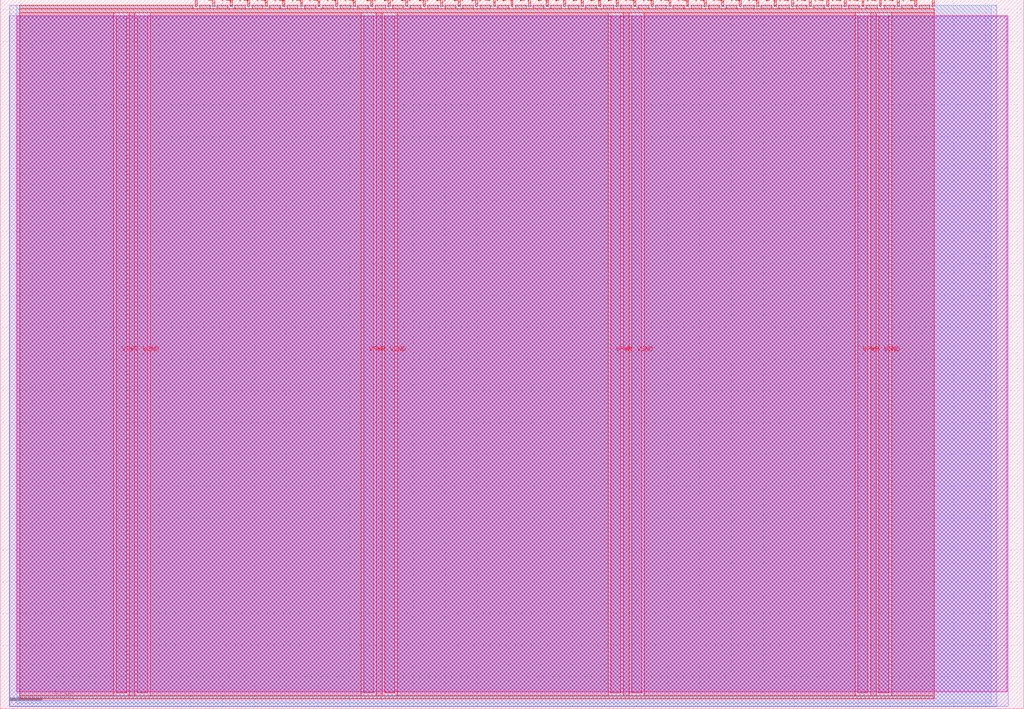
<source format=lef>
VERSION 5.7 ;
  NOWIREEXTENSIONATPIN ON ;
  DIVIDERCHAR "/" ;
  BUSBITCHARS "[]" ;
MACRO tt_um_jp_cd101_saw
  CLASS BLOCK ;
  FOREIGN tt_um_jp_cd101_saw ;
  ORIGIN 0.000 0.000 ;
  SIZE 161.000 BY 111.520 ;
  PIN VGND
    DIRECTION INOUT ;
    USE GROUND ;
    PORT
      LAYER met4 ;
        RECT 21.580 2.480 23.180 109.040 ;
    END
    PORT
      LAYER met4 ;
        RECT 60.450 2.480 62.050 109.040 ;
    END
    PORT
      LAYER met4 ;
        RECT 99.320 2.480 100.920 109.040 ;
    END
    PORT
      LAYER met4 ;
        RECT 138.190 2.480 139.790 109.040 ;
    END
  END VGND
  PIN VPWR
    DIRECTION INOUT ;
    USE POWER ;
    PORT
      LAYER met4 ;
        RECT 18.280 2.480 19.880 109.040 ;
    END
    PORT
      LAYER met4 ;
        RECT 57.150 2.480 58.750 109.040 ;
    END
    PORT
      LAYER met4 ;
        RECT 96.020 2.480 97.620 109.040 ;
    END
    PORT
      LAYER met4 ;
        RECT 134.890 2.480 136.490 109.040 ;
    END
  END VPWR
  PIN clk
    DIRECTION INPUT ;
    USE SIGNAL ;
    ANTENNAGATEAREA 0.852000 ;
    PORT
      LAYER met4 ;
        RECT 143.830 110.520 144.130 111.520 ;
    END
  END clk
  PIN ena
    DIRECTION INPUT ;
    USE SIGNAL ;
    PORT
      LAYER met4 ;
        RECT 146.590 110.520 146.890 111.520 ;
    END
  END ena
  PIN rst_n
    DIRECTION INPUT ;
    USE SIGNAL ;
    ANTENNAGATEAREA 0.196500 ;
    PORT
      LAYER met4 ;
        RECT 141.070 110.520 141.370 111.520 ;
    END
  END rst_n
  PIN ui_in[0]
    DIRECTION INPUT ;
    USE SIGNAL ;
    ANTENNAGATEAREA 0.196500 ;
    PORT
      LAYER met4 ;
        RECT 138.310 110.520 138.610 111.520 ;
    END
  END ui_in[0]
  PIN ui_in[1]
    DIRECTION INPUT ;
    USE SIGNAL ;
    PORT
      LAYER met4 ;
        RECT 135.550 110.520 135.850 111.520 ;
    END
  END ui_in[1]
  PIN ui_in[2]
    DIRECTION INPUT ;
    USE SIGNAL ;
    PORT
      LAYER met4 ;
        RECT 132.790 110.520 133.090 111.520 ;
    END
  END ui_in[2]
  PIN ui_in[3]
    DIRECTION INPUT ;
    USE SIGNAL ;
    PORT
      LAYER met4 ;
        RECT 130.030 110.520 130.330 111.520 ;
    END
  END ui_in[3]
  PIN ui_in[4]
    DIRECTION INPUT ;
    USE SIGNAL ;
    PORT
      LAYER met4 ;
        RECT 127.270 110.520 127.570 111.520 ;
    END
  END ui_in[4]
  PIN ui_in[5]
    DIRECTION INPUT ;
    USE SIGNAL ;
    PORT
      LAYER met4 ;
        RECT 124.510 110.520 124.810 111.520 ;
    END
  END ui_in[5]
  PIN ui_in[6]
    DIRECTION INPUT ;
    USE SIGNAL ;
    PORT
      LAYER met4 ;
        RECT 121.750 110.520 122.050 111.520 ;
    END
  END ui_in[6]
  PIN ui_in[7]
    DIRECTION INPUT ;
    USE SIGNAL ;
    PORT
      LAYER met4 ;
        RECT 118.990 110.520 119.290 111.520 ;
    END
  END ui_in[7]
  PIN uio_in[0]
    DIRECTION INPUT ;
    USE SIGNAL ;
    ANTENNAGATEAREA 0.126000 ;
    PORT
      LAYER met4 ;
        RECT 116.230 110.520 116.530 111.520 ;
    END
  END uio_in[0]
  PIN uio_in[1]
    DIRECTION INPUT ;
    USE SIGNAL ;
    ANTENNAGATEAREA 0.196500 ;
    PORT
      LAYER met4 ;
        RECT 113.470 110.520 113.770 111.520 ;
    END
  END uio_in[1]
  PIN uio_in[2]
    DIRECTION INPUT ;
    USE SIGNAL ;
    PORT
      LAYER met4 ;
        RECT 110.710 110.520 111.010 111.520 ;
    END
  END uio_in[2]
  PIN uio_in[3]
    DIRECTION INPUT ;
    USE SIGNAL ;
    ANTENNAGATEAREA 0.852000 ;
    PORT
      LAYER met4 ;
        RECT 107.950 110.520 108.250 111.520 ;
    END
  END uio_in[3]
  PIN uio_in[4]
    DIRECTION INPUT ;
    USE SIGNAL ;
    PORT
      LAYER met4 ;
        RECT 105.190 110.520 105.490 111.520 ;
    END
  END uio_in[4]
  PIN uio_in[5]
    DIRECTION INPUT ;
    USE SIGNAL ;
    PORT
      LAYER met4 ;
        RECT 102.430 110.520 102.730 111.520 ;
    END
  END uio_in[5]
  PIN uio_in[6]
    DIRECTION INPUT ;
    USE SIGNAL ;
    PORT
      LAYER met4 ;
        RECT 99.670 110.520 99.970 111.520 ;
    END
  END uio_in[6]
  PIN uio_in[7]
    DIRECTION INPUT ;
    USE SIGNAL ;
    PORT
      LAYER met4 ;
        RECT 96.910 110.520 97.210 111.520 ;
    END
  END uio_in[7]
  PIN uio_oe[0]
    DIRECTION OUTPUT ;
    USE SIGNAL ;
    PORT
      LAYER met4 ;
        RECT 49.990 110.520 50.290 111.520 ;
    END
  END uio_oe[0]
  PIN uio_oe[1]
    DIRECTION OUTPUT ;
    USE SIGNAL ;
    PORT
      LAYER met4 ;
        RECT 47.230 110.520 47.530 111.520 ;
    END
  END uio_oe[1]
  PIN uio_oe[2]
    DIRECTION OUTPUT ;
    USE SIGNAL ;
    PORT
      LAYER met4 ;
        RECT 44.470 110.520 44.770 111.520 ;
    END
  END uio_oe[2]
  PIN uio_oe[3]
    DIRECTION OUTPUT ;
    USE SIGNAL ;
    PORT
      LAYER met4 ;
        RECT 41.710 110.520 42.010 111.520 ;
    END
  END uio_oe[3]
  PIN uio_oe[4]
    DIRECTION OUTPUT ;
    USE SIGNAL ;
    PORT
      LAYER met4 ;
        RECT 38.950 110.520 39.250 111.520 ;
    END
  END uio_oe[4]
  PIN uio_oe[5]
    DIRECTION OUTPUT ;
    USE SIGNAL ;
    PORT
      LAYER met4 ;
        RECT 36.190 110.520 36.490 111.520 ;
    END
  END uio_oe[5]
  PIN uio_oe[6]
    DIRECTION OUTPUT ;
    USE SIGNAL ;
    PORT
      LAYER met4 ;
        RECT 33.430 110.520 33.730 111.520 ;
    END
  END uio_oe[6]
  PIN uio_oe[7]
    DIRECTION OUTPUT ;
    USE SIGNAL ;
    PORT
      LAYER met4 ;
        RECT 30.670 110.520 30.970 111.520 ;
    END
  END uio_oe[7]
  PIN uio_out[0]
    DIRECTION OUTPUT ;
    USE SIGNAL ;
    ANTENNADIFFAREA 0.445500 ;
    PORT
      LAYER met4 ;
        RECT 72.070 110.520 72.370 111.520 ;
    END
  END uio_out[0]
  PIN uio_out[1]
    DIRECTION OUTPUT ;
    USE SIGNAL ;
    ANTENNADIFFAREA 0.445500 ;
    PORT
      LAYER met4 ;
        RECT 69.310 110.520 69.610 111.520 ;
    END
  END uio_out[1]
  PIN uio_out[2]
    DIRECTION OUTPUT ;
    USE SIGNAL ;
    PORT
      LAYER met4 ;
        RECT 66.550 110.520 66.850 111.520 ;
    END
  END uio_out[2]
  PIN uio_out[3]
    DIRECTION OUTPUT ;
    USE SIGNAL ;
    PORT
      LAYER met4 ;
        RECT 63.790 110.520 64.090 111.520 ;
    END
  END uio_out[3]
  PIN uio_out[4]
    DIRECTION OUTPUT ;
    USE SIGNAL ;
    PORT
      LAYER met4 ;
        RECT 61.030 110.520 61.330 111.520 ;
    END
  END uio_out[4]
  PIN uio_out[5]
    DIRECTION OUTPUT ;
    USE SIGNAL ;
    PORT
      LAYER met4 ;
        RECT 58.270 110.520 58.570 111.520 ;
    END
  END uio_out[5]
  PIN uio_out[6]
    DIRECTION OUTPUT ;
    USE SIGNAL ;
    PORT
      LAYER met4 ;
        RECT 55.510 110.520 55.810 111.520 ;
    END
  END uio_out[6]
  PIN uio_out[7]
    DIRECTION OUTPUT ;
    USE SIGNAL ;
    PORT
      LAYER met4 ;
        RECT 52.750 110.520 53.050 111.520 ;
    END
  END uio_out[7]
  PIN uo_out[0]
    DIRECTION OUTPUT ;
    USE SIGNAL ;
    ANTENNADIFFAREA 0.795200 ;
    PORT
      LAYER met4 ;
        RECT 94.150 110.520 94.450 111.520 ;
    END
  END uo_out[0]
  PIN uo_out[1]
    DIRECTION OUTPUT ;
    USE SIGNAL ;
    ANTENNADIFFAREA 0.795200 ;
    PORT
      LAYER met4 ;
        RECT 91.390 110.520 91.690 111.520 ;
    END
  END uo_out[1]
  PIN uo_out[2]
    DIRECTION OUTPUT ;
    USE SIGNAL ;
    ANTENNADIFFAREA 0.795200 ;
    PORT
      LAYER met4 ;
        RECT 88.630 110.520 88.930 111.520 ;
    END
  END uo_out[2]
  PIN uo_out[3]
    DIRECTION OUTPUT ;
    USE SIGNAL ;
    ANTENNADIFFAREA 0.445500 ;
    PORT
      LAYER met4 ;
        RECT 85.870 110.520 86.170 111.520 ;
    END
  END uo_out[3]
  PIN uo_out[4]
    DIRECTION OUTPUT ;
    USE SIGNAL ;
    ANTENNADIFFAREA 0.445500 ;
    PORT
      LAYER met4 ;
        RECT 83.110 110.520 83.410 111.520 ;
    END
  END uo_out[4]
  PIN uo_out[5]
    DIRECTION OUTPUT ;
    USE SIGNAL ;
    ANTENNADIFFAREA 0.795200 ;
    PORT
      LAYER met4 ;
        RECT 80.350 110.520 80.650 111.520 ;
    END
  END uo_out[5]
  PIN uo_out[6]
    DIRECTION OUTPUT ;
    USE SIGNAL ;
    ANTENNADIFFAREA 0.445500 ;
    PORT
      LAYER met4 ;
        RECT 77.590 110.520 77.890 111.520 ;
    END
  END uo_out[6]
  PIN uo_out[7]
    DIRECTION OUTPUT ;
    USE SIGNAL ;
    ANTENNADIFFAREA 0.445500 ;
    PORT
      LAYER met4 ;
        RECT 74.830 110.520 75.130 111.520 ;
    END
  END uo_out[7]
  OBS
      LAYER nwell ;
        RECT 2.570 2.635 158.430 108.990 ;
      LAYER li1 ;
        RECT 2.760 2.635 158.240 108.885 ;
      LAYER met1 ;
        RECT 1.450 0.380 158.540 109.040 ;
      LAYER met2 ;
        RECT 1.480 0.350 156.760 110.685 ;
      LAYER met3 ;
        RECT 2.600 0.855 155.875 110.665 ;
      LAYER met4 ;
        RECT 3.055 110.120 30.270 110.665 ;
        RECT 31.370 110.120 33.030 110.665 ;
        RECT 34.130 110.120 35.790 110.665 ;
        RECT 36.890 110.120 38.550 110.665 ;
        RECT 39.650 110.120 41.310 110.665 ;
        RECT 42.410 110.120 44.070 110.665 ;
        RECT 45.170 110.120 46.830 110.665 ;
        RECT 47.930 110.120 49.590 110.665 ;
        RECT 50.690 110.120 52.350 110.665 ;
        RECT 53.450 110.120 55.110 110.665 ;
        RECT 56.210 110.120 57.870 110.665 ;
        RECT 58.970 110.120 60.630 110.665 ;
        RECT 61.730 110.120 63.390 110.665 ;
        RECT 64.490 110.120 66.150 110.665 ;
        RECT 67.250 110.120 68.910 110.665 ;
        RECT 70.010 110.120 71.670 110.665 ;
        RECT 72.770 110.120 74.430 110.665 ;
        RECT 75.530 110.120 77.190 110.665 ;
        RECT 78.290 110.120 79.950 110.665 ;
        RECT 81.050 110.120 82.710 110.665 ;
        RECT 83.810 110.120 85.470 110.665 ;
        RECT 86.570 110.120 88.230 110.665 ;
        RECT 89.330 110.120 90.990 110.665 ;
        RECT 92.090 110.120 93.750 110.665 ;
        RECT 94.850 110.120 96.510 110.665 ;
        RECT 97.610 110.120 99.270 110.665 ;
        RECT 100.370 110.120 102.030 110.665 ;
        RECT 103.130 110.120 104.790 110.665 ;
        RECT 105.890 110.120 107.550 110.665 ;
        RECT 108.650 110.120 110.310 110.665 ;
        RECT 111.410 110.120 113.070 110.665 ;
        RECT 114.170 110.120 115.830 110.665 ;
        RECT 116.930 110.120 118.590 110.665 ;
        RECT 119.690 110.120 121.350 110.665 ;
        RECT 122.450 110.120 124.110 110.665 ;
        RECT 125.210 110.120 126.870 110.665 ;
        RECT 127.970 110.120 129.630 110.665 ;
        RECT 130.730 110.120 132.390 110.665 ;
        RECT 133.490 110.120 135.150 110.665 ;
        RECT 136.250 110.120 137.910 110.665 ;
        RECT 139.010 110.120 140.670 110.665 ;
        RECT 141.770 110.120 143.430 110.665 ;
        RECT 144.530 110.120 146.190 110.665 ;
        RECT 3.055 109.440 146.905 110.120 ;
        RECT 3.055 2.080 17.880 109.440 ;
        RECT 20.280 2.080 21.180 109.440 ;
        RECT 23.580 2.080 56.750 109.440 ;
        RECT 59.150 2.080 60.050 109.440 ;
        RECT 62.450 2.080 95.620 109.440 ;
        RECT 98.020 2.080 98.920 109.440 ;
        RECT 101.320 2.080 134.490 109.440 ;
        RECT 136.890 2.080 137.790 109.440 ;
        RECT 140.190 2.080 146.905 109.440 ;
        RECT 3.055 1.535 146.905 2.080 ;
  END
END tt_um_jp_cd101_saw
END LIBRARY


</source>
